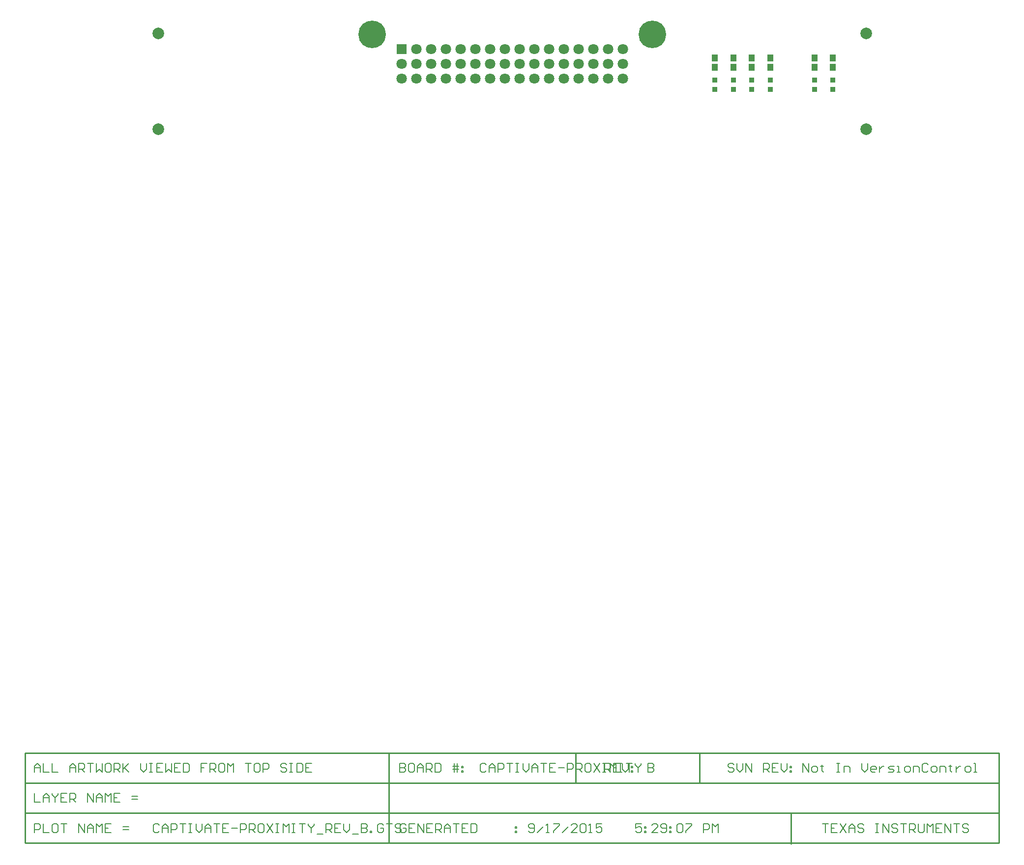
<source format=gts>
%FSAX25Y25*%
%MOIN*%
G70*
G01*
G75*
G04 Layer_Color=8388736*
%ADD10R,0.03150X0.03150*%
%ADD11C,0.03937*%
%ADD12R,0.03740X0.03937*%
%ADD13C,0.02400*%
%ADD14C,0.01200*%
%ADD15C,0.01600*%
%ADD16C,0.01000*%
%ADD17C,0.00800*%
%ADD18C,0.06496*%
%ADD19C,0.18110*%
%ADD20R,0.06496X0.06496*%
%ADD21C,0.05000*%
%ADD22C,0.00600*%
%ADD23C,0.00787*%
%ADD24C,0.00700*%
%ADD25R,0.06299X0.01969*%
%ADD26R,0.03750X0.03750*%
%ADD27C,0.07874*%
%ADD28R,0.04340X0.04537*%
%ADD29C,0.07096*%
%ADD30C,0.18710*%
%ADD31R,0.07096X0.07096*%
G54D16*
X0497200Y0080717D02*
Y0101050D01*
X0413200Y0080717D02*
Y0101050D01*
X0040000Y0080717D02*
X0700200D01*
X0040000Y0060383D02*
X0700000D01*
X0040000Y0040050D02*
X0440500D01*
X0040050Y0101050D02*
X0700200D01*
X0040050Y0040050D02*
Y0101050D01*
Y0040050D02*
X0197600D01*
X0040000D02*
Y0101050D01*
X0286500Y0040050D02*
Y0101050D01*
X0700200Y0040050D02*
Y0101050D01*
X0440500Y0040050D02*
X0700200D01*
X0559400Y0039400D02*
Y0059683D01*
G54D17*
X0567400Y0087833D02*
Y0093831D01*
X0571399Y0087833D01*
Y0093831D01*
X0574398Y0087833D02*
X0576397D01*
X0577397Y0088833D01*
Y0090832D01*
X0576397Y0091832D01*
X0574398D01*
X0573398Y0090832D01*
Y0088833D01*
X0574398Y0087833D01*
X0580396Y0092832D02*
Y0091832D01*
X0579396D01*
X0581395D01*
X0580396D01*
Y0088833D01*
X0581395Y0087833D01*
X0590393Y0093831D02*
X0592392D01*
X0591392D01*
Y0087833D01*
X0590393D01*
X0592392D01*
X0595391D02*
Y0091832D01*
X0598390D01*
X0599390Y0090832D01*
Y0087833D01*
X0607387Y0093831D02*
Y0089833D01*
X0609386Y0087833D01*
X0611386Y0089833D01*
Y0093831D01*
X0616384Y0087833D02*
X0614385D01*
X0613385Y0088833D01*
Y0090832D01*
X0614385Y0091832D01*
X0616384D01*
X0617384Y0090832D01*
Y0089833D01*
X0613385D01*
X0619383Y0091832D02*
Y0087833D01*
Y0089833D01*
X0620383Y0090832D01*
X0621383Y0091832D01*
X0622382D01*
X0625381Y0087833D02*
X0628380D01*
X0629380Y0088833D01*
X0628380Y0089833D01*
X0626381D01*
X0625381Y0090832D01*
X0626381Y0091832D01*
X0629380D01*
X0631379Y0087833D02*
X0633379D01*
X0632379D01*
Y0091832D01*
X0631379D01*
X0637377Y0087833D02*
X0639377D01*
X0640376Y0088833D01*
Y0090832D01*
X0639377Y0091832D01*
X0637377D01*
X0636378Y0090832D01*
Y0088833D01*
X0637377Y0087833D01*
X0642376D02*
Y0091832D01*
X0645375D01*
X0646374Y0090832D01*
Y0087833D01*
X0652373Y0092832D02*
X0651373Y0093831D01*
X0649373D01*
X0648374Y0092832D01*
Y0088833D01*
X0649373Y0087833D01*
X0651373D01*
X0652373Y0088833D01*
X0655372Y0087833D02*
X0657371D01*
X0658371Y0088833D01*
Y0090832D01*
X0657371Y0091832D01*
X0655372D01*
X0654372Y0090832D01*
Y0088833D01*
X0655372Y0087833D01*
X0660370D02*
Y0091832D01*
X0663369D01*
X0664369Y0090832D01*
Y0087833D01*
X0667368Y0092832D02*
Y0091832D01*
X0666368D01*
X0668367D01*
X0667368D01*
Y0088833D01*
X0668367Y0087833D01*
X0671366Y0091832D02*
Y0087833D01*
Y0089833D01*
X0672366Y0090832D01*
X0673366Y0091832D01*
X0674365D01*
X0678364Y0087833D02*
X0680364D01*
X0681363Y0088833D01*
Y0090832D01*
X0680364Y0091832D01*
X0678364D01*
X0677364Y0090832D01*
Y0088833D01*
X0678364Y0087833D01*
X0683362D02*
X0685362D01*
X0684362D01*
Y0093831D01*
X0683362D01*
X0520799Y0092832D02*
X0519799Y0093831D01*
X0517800D01*
X0516800Y0092832D01*
Y0091832D01*
X0517800Y0090832D01*
X0519799D01*
X0520799Y0089833D01*
Y0088833D01*
X0519799Y0087833D01*
X0517800D01*
X0516800Y0088833D01*
X0522798Y0093831D02*
Y0089833D01*
X0524797Y0087833D01*
X0526797Y0089833D01*
Y0093831D01*
X0528796Y0087833D02*
Y0093831D01*
X0532795Y0087833D01*
Y0093831D01*
X0540792Y0087833D02*
Y0093831D01*
X0543791D01*
X0544791Y0092832D01*
Y0090832D01*
X0543791Y0089833D01*
X0540792D01*
X0542792D02*
X0544791Y0087833D01*
X0550789Y0093831D02*
X0546790D01*
Y0087833D01*
X0550789D01*
X0546790Y0090832D02*
X0548790D01*
X0552788Y0093831D02*
Y0089833D01*
X0554788Y0087833D01*
X0556787Y0089833D01*
Y0093831D01*
X0558786Y0091832D02*
X0559786D01*
Y0090832D01*
X0558786D01*
Y0091832D01*
Y0088833D02*
X0559786D01*
Y0087833D01*
X0558786D01*
Y0088833D01*
X0433000Y0087833D02*
Y0093831D01*
X0435999D01*
X0436999Y0092832D01*
Y0090832D01*
X0435999Y0089833D01*
X0433000D01*
X0434999D02*
X0436999Y0087833D01*
X0442997Y0093831D02*
X0438998D01*
Y0087833D01*
X0442997D01*
X0438998Y0090832D02*
X0440997D01*
X0444996Y0093831D02*
Y0089833D01*
X0446995Y0087833D01*
X0448995Y0089833D01*
Y0093831D01*
X0450994Y0091832D02*
X0451994D01*
Y0090832D01*
X0450994D01*
Y0091832D01*
Y0088833D02*
X0451994D01*
Y0087833D01*
X0450994D01*
Y0088833D01*
X0130899Y0051965D02*
X0129899Y0052965D01*
X0127900D01*
X0126900Y0051965D01*
Y0047966D01*
X0127900Y0046966D01*
X0129899D01*
X0130899Y0047966D01*
X0132898Y0046966D02*
Y0050965D01*
X0134897Y0052965D01*
X0136897Y0050965D01*
Y0046966D01*
Y0049966D01*
X0132898D01*
X0138896Y0046966D02*
Y0052965D01*
X0141895D01*
X0142895Y0051965D01*
Y0049966D01*
X0141895Y0048966D01*
X0138896D01*
X0144894Y0052965D02*
X0148893D01*
X0146894D01*
Y0046966D01*
X0150892Y0052965D02*
X0152892D01*
X0151892D01*
Y0046966D01*
X0150892D01*
X0152892D01*
X0155891Y0052965D02*
Y0048966D01*
X0157890Y0046966D01*
X0159889Y0048966D01*
Y0052965D01*
X0161889Y0046966D02*
Y0050965D01*
X0163888Y0052965D01*
X0165887Y0050965D01*
Y0046966D01*
Y0049966D01*
X0161889D01*
X0167887Y0052965D02*
X0171885D01*
X0169886D01*
Y0046966D01*
X0177884Y0052965D02*
X0173885D01*
Y0046966D01*
X0177884D01*
X0173885Y0049966D02*
X0175884D01*
X0179883D02*
X0183882D01*
X0185881Y0046966D02*
Y0052965D01*
X0188880D01*
X0189880Y0051965D01*
Y0049966D01*
X0188880Y0048966D01*
X0185881D01*
X0191879Y0046966D02*
Y0052965D01*
X0194878D01*
X0195878Y0051965D01*
Y0049966D01*
X0194878Y0048966D01*
X0191879D01*
X0193878D02*
X0195878Y0046966D01*
X0200876Y0052965D02*
X0198877D01*
X0197877Y0051965D01*
Y0047966D01*
X0198877Y0046966D01*
X0200876D01*
X0201876Y0047966D01*
Y0051965D01*
X0200876Y0052965D01*
X0203875D02*
X0207874Y0046966D01*
Y0052965D02*
X0203875Y0046966D01*
X0209873Y0052965D02*
X0211873D01*
X0210873D01*
Y0046966D01*
X0209873D01*
X0211873D01*
X0214872D02*
Y0052965D01*
X0216871Y0050965D01*
X0218870Y0052965D01*
Y0046966D01*
X0220870Y0052965D02*
X0222869D01*
X0221869D01*
Y0046966D01*
X0220870D01*
X0222869D01*
X0225868Y0052965D02*
X0229867D01*
X0227867D01*
Y0046966D01*
X0231866Y0052965D02*
Y0051965D01*
X0233865Y0049966D01*
X0235865Y0051965D01*
Y0052965D01*
X0233865Y0049966D02*
Y0046966D01*
X0237864Y0045967D02*
X0241863D01*
X0243862Y0046966D02*
Y0052965D01*
X0246861D01*
X0247861Y0051965D01*
Y0049966D01*
X0246861Y0048966D01*
X0243862D01*
X0245862D02*
X0247861Y0046966D01*
X0253859Y0052965D02*
X0249860D01*
Y0046966D01*
X0253859D01*
X0249860Y0049966D02*
X0251860D01*
X0255858Y0052965D02*
Y0048966D01*
X0257858Y0046966D01*
X0259857Y0048966D01*
Y0052965D01*
X0261856Y0045967D02*
X0265855D01*
X0267854Y0052965D02*
Y0046966D01*
X0270853D01*
X0271853Y0047966D01*
Y0048966D01*
X0270853Y0049966D01*
X0267854D01*
X0270853D01*
X0271853Y0050965D01*
Y0051965D01*
X0270853Y0052965D01*
X0267854D01*
X0273852Y0046966D02*
Y0047966D01*
X0274852D01*
Y0046966D01*
X0273852D01*
X0282850Y0051965D02*
X0281850Y0052965D01*
X0279851D01*
X0278851Y0051965D01*
Y0047966D01*
X0279851Y0046966D01*
X0281850D01*
X0282850Y0047966D01*
Y0049966D01*
X0280850D01*
X0284849Y0052965D02*
X0288848D01*
X0286848D01*
Y0046966D01*
X0294846Y0051965D02*
X0293846Y0052965D01*
X0291847D01*
X0290847Y0051965D01*
Y0050965D01*
X0291847Y0049966D01*
X0293846D01*
X0294846Y0048966D01*
Y0047966D01*
X0293846Y0046966D01*
X0291847D01*
X0290847Y0047966D01*
X0381150D02*
X0382150Y0046966D01*
X0384149D01*
X0385149Y0047966D01*
Y0051965D01*
X0384149Y0052965D01*
X0382150D01*
X0381150Y0051965D01*
Y0050965D01*
X0382150Y0049966D01*
X0385149D01*
X0387148Y0046966D02*
X0391147Y0050965D01*
X0393146Y0046966D02*
X0395146D01*
X0394146D01*
Y0052965D01*
X0393146Y0051965D01*
X0398145Y0052965D02*
X0402143D01*
Y0051965D01*
X0398145Y0047966D01*
Y0046966D01*
X0404143D02*
X0408141Y0050965D01*
X0414139Y0046966D02*
X0410141D01*
X0414139Y0050965D01*
Y0051965D01*
X0413140Y0052965D01*
X0411140D01*
X0410141Y0051965D01*
X0416139D02*
X0417138Y0052965D01*
X0419138D01*
X0420137Y0051965D01*
Y0047966D01*
X0419138Y0046966D01*
X0417138D01*
X0416139Y0047966D01*
Y0051965D01*
X0422137Y0046966D02*
X0424136D01*
X0423136D01*
Y0052965D01*
X0422137Y0051965D01*
X0431134Y0052965D02*
X0427135D01*
Y0049966D01*
X0429135Y0050965D01*
X0430134D01*
X0431134Y0049966D01*
Y0047966D01*
X0430134Y0046966D01*
X0428135D01*
X0427135Y0047966D01*
X0298199Y0051965D02*
X0297199Y0052965D01*
X0295200D01*
X0294200Y0051965D01*
Y0047966D01*
X0295200Y0046966D01*
X0297199D01*
X0298199Y0047966D01*
Y0049966D01*
X0296199D01*
X0304197Y0052965D02*
X0300198D01*
Y0046966D01*
X0304197D01*
X0300198Y0049966D02*
X0302197D01*
X0306196Y0046966D02*
Y0052965D01*
X0310195Y0046966D01*
Y0052965D01*
X0316193D02*
X0312194D01*
Y0046966D01*
X0316193D01*
X0312194Y0049966D02*
X0314194D01*
X0318192Y0046966D02*
Y0052965D01*
X0321191D01*
X0322191Y0051965D01*
Y0049966D01*
X0321191Y0048966D01*
X0318192D01*
X0320192D02*
X0322191Y0046966D01*
X0324190D02*
Y0050965D01*
X0326190Y0052965D01*
X0328189Y0050965D01*
Y0046966D01*
Y0049966D01*
X0324190D01*
X0330188Y0052965D02*
X0334187D01*
X0332188D01*
Y0046966D01*
X0340185Y0052965D02*
X0336186D01*
Y0046966D01*
X0340185D01*
X0336186Y0049966D02*
X0338186D01*
X0342184Y0052965D02*
Y0046966D01*
X0345183D01*
X0346183Y0047966D01*
Y0051965D01*
X0345183Y0052965D01*
X0342184D01*
X0372175Y0050965D02*
X0373175D01*
Y0049966D01*
X0372175D01*
Y0050965D01*
Y0047966D02*
X0373175D01*
Y0046966D01*
X0372175D01*
Y0047966D01*
X0046350Y0087833D02*
Y0091832D01*
X0048349Y0093831D01*
X0050349Y0091832D01*
Y0087833D01*
Y0090832D01*
X0046350D01*
X0052348Y0093831D02*
Y0087833D01*
X0056347D01*
X0058346Y0093831D02*
Y0087833D01*
X0062345D01*
X0070342D02*
Y0091832D01*
X0072342Y0093831D01*
X0074341Y0091832D01*
Y0087833D01*
Y0090832D01*
X0070342D01*
X0076340Y0087833D02*
Y0093831D01*
X0079339D01*
X0080339Y0092832D01*
Y0090832D01*
X0079339Y0089833D01*
X0076340D01*
X0078340D02*
X0080339Y0087833D01*
X0082338Y0093831D02*
X0086337D01*
X0084338D01*
Y0087833D01*
X0088336Y0093831D02*
Y0087833D01*
X0090336Y0089833D01*
X0092335Y0087833D01*
Y0093831D01*
X0097334D02*
X0095334D01*
X0094335Y0092832D01*
Y0088833D01*
X0095334Y0087833D01*
X0097334D01*
X0098333Y0088833D01*
Y0092832D01*
X0097334Y0093831D01*
X0100332Y0087833D02*
Y0093831D01*
X0103332D01*
X0104331Y0092832D01*
Y0090832D01*
X0103332Y0089833D01*
X0100332D01*
X0102332D02*
X0104331Y0087833D01*
X0106331Y0093831D02*
Y0087833D01*
Y0089833D01*
X0110329Y0093831D01*
X0107330Y0090832D01*
X0110329Y0087833D01*
X0118327Y0093831D02*
Y0089833D01*
X0120326Y0087833D01*
X0122325Y0089833D01*
Y0093831D01*
X0124325D02*
X0126324D01*
X0125324D01*
Y0087833D01*
X0124325D01*
X0126324D01*
X0133322Y0093831D02*
X0129323D01*
Y0087833D01*
X0133322D01*
X0129323Y0090832D02*
X0131323D01*
X0135321Y0093831D02*
Y0087833D01*
X0137321Y0089833D01*
X0139320Y0087833D01*
Y0093831D01*
X0145318D02*
X0141319D01*
Y0087833D01*
X0145318D01*
X0141319Y0090832D02*
X0143319D01*
X0147317Y0093831D02*
Y0087833D01*
X0150316D01*
X0151316Y0088833D01*
Y0092832D01*
X0150316Y0093831D01*
X0147317D01*
X0163312D02*
X0159313D01*
Y0090832D01*
X0161313D01*
X0159313D01*
Y0087833D01*
X0165312D02*
Y0093831D01*
X0168310D01*
X0169310Y0092832D01*
Y0090832D01*
X0168310Y0089833D01*
X0165312D01*
X0167311D02*
X0169310Y0087833D01*
X0174309Y0093831D02*
X0172309D01*
X0171310Y0092832D01*
Y0088833D01*
X0172309Y0087833D01*
X0174309D01*
X0175308Y0088833D01*
Y0092832D01*
X0174309Y0093831D01*
X0177308Y0087833D02*
Y0093831D01*
X0179307Y0091832D01*
X0181306Y0093831D01*
Y0087833D01*
X0189304Y0093831D02*
X0193303D01*
X0191303D01*
Y0087833D01*
X0198301Y0093831D02*
X0196301D01*
X0195302Y0092832D01*
Y0088833D01*
X0196301Y0087833D01*
X0198301D01*
X0199301Y0088833D01*
Y0092832D01*
X0198301Y0093831D01*
X0201300Y0087833D02*
Y0093831D01*
X0204299D01*
X0205299Y0092832D01*
Y0090832D01*
X0204299Y0089833D01*
X0201300D01*
X0217295Y0092832D02*
X0216295Y0093831D01*
X0214296D01*
X0213296Y0092832D01*
Y0091832D01*
X0214296Y0090832D01*
X0216295D01*
X0217295Y0089833D01*
Y0088833D01*
X0216295Y0087833D01*
X0214296D01*
X0213296Y0088833D01*
X0219294Y0093831D02*
X0221293D01*
X0220294D01*
Y0087833D01*
X0219294D01*
X0221293D01*
X0224292Y0093831D02*
Y0087833D01*
X0227291D01*
X0228291Y0088833D01*
Y0092832D01*
X0227291Y0093831D01*
X0224292D01*
X0234289D02*
X0230291D01*
Y0087833D01*
X0234289D01*
X0230291Y0090832D02*
X0232290D01*
X0462150Y0093831D02*
Y0087833D01*
X0465149D01*
X0466149Y0088833D01*
Y0089833D01*
X0465149Y0090832D01*
X0462150D01*
X0465149D01*
X0466149Y0091832D01*
Y0092832D01*
X0465149Y0093831D01*
X0462150D01*
X0352549Y0092832D02*
X0351549Y0093831D01*
X0349550D01*
X0348550Y0092832D01*
Y0088833D01*
X0349550Y0087833D01*
X0351549D01*
X0352549Y0088833D01*
X0354548Y0087833D02*
Y0091832D01*
X0356547Y0093831D01*
X0358547Y0091832D01*
Y0087833D01*
Y0090832D01*
X0354548D01*
X0360546Y0087833D02*
Y0093831D01*
X0363545D01*
X0364545Y0092832D01*
Y0090832D01*
X0363545Y0089833D01*
X0360546D01*
X0366544Y0093831D02*
X0370543D01*
X0368544D01*
Y0087833D01*
X0372542Y0093831D02*
X0374542D01*
X0373542D01*
Y0087833D01*
X0372542D01*
X0374542D01*
X0377541Y0093831D02*
Y0089833D01*
X0379540Y0087833D01*
X0381539Y0089833D01*
Y0093831D01*
X0383539Y0087833D02*
Y0091832D01*
X0385538Y0093831D01*
X0387537Y0091832D01*
Y0087833D01*
Y0090832D01*
X0383539D01*
X0389537Y0093831D02*
X0393535D01*
X0391536D01*
Y0087833D01*
X0399534Y0093831D02*
X0395535D01*
Y0087833D01*
X0399534D01*
X0395535Y0090832D02*
X0397534D01*
X0401533D02*
X0405532D01*
X0407531Y0087833D02*
Y0093831D01*
X0410530D01*
X0411530Y0092832D01*
Y0090832D01*
X0410530Y0089833D01*
X0407531D01*
X0413529Y0087833D02*
Y0093831D01*
X0416528D01*
X0417528Y0092832D01*
Y0090832D01*
X0416528Y0089833D01*
X0413529D01*
X0415528D02*
X0417528Y0087833D01*
X0422526Y0093831D02*
X0420527D01*
X0419527Y0092832D01*
Y0088833D01*
X0420527Y0087833D01*
X0422526D01*
X0423526Y0088833D01*
Y0092832D01*
X0422526Y0093831D01*
X0425525D02*
X0429524Y0087833D01*
Y0093831D02*
X0425525Y0087833D01*
X0431523Y0093831D02*
X0433523D01*
X0432523D01*
Y0087833D01*
X0431523D01*
X0433523D01*
X0436521D02*
Y0093831D01*
X0438521Y0091832D01*
X0440520Y0093831D01*
Y0087833D01*
X0442520Y0093831D02*
X0444519D01*
X0443519D01*
Y0087833D01*
X0442520D01*
X0444519D01*
X0447518Y0093831D02*
X0451517D01*
X0449517D01*
Y0087833D01*
X0453516Y0093831D02*
Y0092832D01*
X0455515Y0090832D01*
X0457515Y0092832D01*
Y0093831D01*
X0455515Y0090832D02*
Y0087833D01*
X0294000Y0093831D02*
Y0087833D01*
X0296999D01*
X0297999Y0088833D01*
Y0089833D01*
X0296999Y0090832D01*
X0294000D01*
X0296999D01*
X0297999Y0091832D01*
Y0092832D01*
X0296999Y0093831D01*
X0294000D01*
X0302997D02*
X0300998D01*
X0299998Y0092832D01*
Y0088833D01*
X0300998Y0087833D01*
X0302997D01*
X0303997Y0088833D01*
Y0092832D01*
X0302997Y0093831D01*
X0305996Y0087833D02*
Y0091832D01*
X0307996Y0093831D01*
X0309995Y0091832D01*
Y0087833D01*
Y0090832D01*
X0305996D01*
X0311994Y0087833D02*
Y0093831D01*
X0314993D01*
X0315993Y0092832D01*
Y0090832D01*
X0314993Y0089833D01*
X0311994D01*
X0313994D02*
X0315993Y0087833D01*
X0317992Y0093831D02*
Y0087833D01*
X0320991D01*
X0321991Y0088833D01*
Y0092832D01*
X0320991Y0093831D01*
X0317992D01*
X0330988Y0087833D02*
Y0093831D01*
X0332987D02*
Y0087833D01*
X0329988Y0091832D02*
X0332987D01*
X0333987D01*
X0329988Y0089833D02*
X0333987D01*
X0335986Y0091832D02*
X0336986D01*
Y0090832D01*
X0335986D01*
Y0091832D01*
Y0088833D02*
X0336986D01*
Y0087833D01*
X0335986D01*
Y0088833D01*
X0046350Y0073549D02*
Y0067551D01*
X0050349D01*
X0052348D02*
Y0071549D01*
X0054347Y0073549D01*
X0056347Y0071549D01*
Y0067551D01*
Y0070550D01*
X0052348D01*
X0058346Y0073549D02*
Y0072549D01*
X0060346Y0070550D01*
X0062345Y0072549D01*
Y0073549D01*
X0060346Y0070550D02*
Y0067551D01*
X0068343Y0073549D02*
X0064344D01*
Y0067551D01*
X0068343D01*
X0064344Y0070550D02*
X0066343D01*
X0070342Y0067551D02*
Y0073549D01*
X0073341D01*
X0074341Y0072549D01*
Y0070550D01*
X0073341Y0069550D01*
X0070342D01*
X0072342D02*
X0074341Y0067551D01*
X0082338D02*
Y0073549D01*
X0086337Y0067551D01*
Y0073549D01*
X0088336Y0067551D02*
Y0071549D01*
X0090336Y0073549D01*
X0092335Y0071549D01*
Y0067551D01*
Y0070550D01*
X0088336D01*
X0094335Y0067551D02*
Y0073549D01*
X0096334Y0071549D01*
X0098333Y0073549D01*
Y0067551D01*
X0104331Y0073549D02*
X0100332D01*
Y0067551D01*
X0104331D01*
X0100332Y0070550D02*
X0102332D01*
X0112329Y0069550D02*
X0116327D01*
X0112329Y0071549D02*
X0116327D01*
X0046350Y0046966D02*
Y0052965D01*
X0049349D01*
X0050349Y0051965D01*
Y0049966D01*
X0049349Y0048966D01*
X0046350D01*
X0052348Y0052965D02*
Y0046966D01*
X0056347D01*
X0061345Y0052965D02*
X0059346D01*
X0058346Y0051965D01*
Y0047966D01*
X0059346Y0046966D01*
X0061345D01*
X0062345Y0047966D01*
Y0051965D01*
X0061345Y0052965D01*
X0064344D02*
X0068343D01*
X0066343D01*
Y0046966D01*
X0076340D02*
Y0052965D01*
X0080339Y0046966D01*
Y0052965D01*
X0082338Y0046966D02*
Y0050965D01*
X0084338Y0052965D01*
X0086337Y0050965D01*
Y0046966D01*
Y0049966D01*
X0082338D01*
X0088336Y0046966D02*
Y0052965D01*
X0090336Y0050965D01*
X0092335Y0052965D01*
Y0046966D01*
X0098333Y0052965D02*
X0094335D01*
Y0046966D01*
X0098333D01*
X0094335Y0049966D02*
X0096334D01*
X0106331Y0048966D02*
X0110329D01*
X0106331Y0050965D02*
X0110329D01*
X0458049Y0052965D02*
X0454050D01*
Y0049966D01*
X0456049Y0050965D01*
X0457049D01*
X0458049Y0049966D01*
Y0047966D01*
X0457049Y0046966D01*
X0455050D01*
X0454050Y0047966D01*
X0460048Y0050965D02*
X0461048D01*
Y0049966D01*
X0460048D01*
Y0050965D01*
Y0047966D02*
X0461048D01*
Y0046966D01*
X0460048D01*
Y0047966D01*
X0469045Y0046966D02*
X0465046D01*
X0469045Y0050965D01*
Y0051965D01*
X0468046Y0052965D01*
X0466046D01*
X0465046Y0051965D01*
X0471044Y0047966D02*
X0472044Y0046966D01*
X0474044D01*
X0475043Y0047966D01*
Y0051965D01*
X0474044Y0052965D01*
X0472044D01*
X0471044Y0051965D01*
Y0050965D01*
X0472044Y0049966D01*
X0475043D01*
X0477043Y0050965D02*
X0478042D01*
Y0049966D01*
X0477043D01*
Y0050965D01*
Y0047966D02*
X0478042D01*
Y0046966D01*
X0477043D01*
Y0047966D01*
X0482041Y0051965D02*
X0483041Y0052965D01*
X0485040D01*
X0486040Y0051965D01*
Y0047966D01*
X0485040Y0046966D01*
X0483041D01*
X0482041Y0047966D01*
Y0051965D01*
X0488039Y0052965D02*
X0492038D01*
Y0051965D01*
X0488039Y0047966D01*
Y0046966D01*
X0500035D02*
Y0052965D01*
X0503034D01*
X0504034Y0051965D01*
Y0049966D01*
X0503034Y0048966D01*
X0500035D01*
X0506033Y0046966D02*
Y0052965D01*
X0508033Y0050965D01*
X0510032Y0052965D01*
Y0046966D01*
X0580500Y0052965D02*
X0584499D01*
X0582499D01*
Y0046966D01*
X0590497Y0052965D02*
X0586498D01*
Y0046966D01*
X0590497D01*
X0586498Y0049966D02*
X0588497D01*
X0592496Y0052965D02*
X0596495Y0046966D01*
Y0052965D02*
X0592496Y0046966D01*
X0598494D02*
Y0050965D01*
X0600493Y0052965D01*
X0602493Y0050965D01*
Y0046966D01*
Y0049966D01*
X0598494D01*
X0608491Y0051965D02*
X0607491Y0052965D01*
X0605492D01*
X0604492Y0051965D01*
Y0050965D01*
X0605492Y0049966D01*
X0607491D01*
X0608491Y0048966D01*
Y0047966D01*
X0607491Y0046966D01*
X0605492D01*
X0604492Y0047966D01*
X0616488Y0052965D02*
X0618488D01*
X0617488D01*
Y0046966D01*
X0616488D01*
X0618488D01*
X0621487D02*
Y0052965D01*
X0625486Y0046966D01*
Y0052965D01*
X0631484Y0051965D02*
X0630484Y0052965D01*
X0628484D01*
X0627485Y0051965D01*
Y0050965D01*
X0628484Y0049966D01*
X0630484D01*
X0631484Y0048966D01*
Y0047966D01*
X0630484Y0046966D01*
X0628484D01*
X0627485Y0047966D01*
X0633483Y0052965D02*
X0637482D01*
X0635482D01*
Y0046966D01*
X0639481D02*
Y0052965D01*
X0642480D01*
X0643480Y0051965D01*
Y0049966D01*
X0642480Y0048966D01*
X0639481D01*
X0641480D02*
X0643480Y0046966D01*
X0645479Y0052965D02*
Y0047966D01*
X0646479Y0046966D01*
X0648478D01*
X0649478Y0047966D01*
Y0052965D01*
X0651477Y0046966D02*
Y0052965D01*
X0653476Y0050965D01*
X0655476Y0052965D01*
Y0046966D01*
X0661474Y0052965D02*
X0657475D01*
Y0046966D01*
X0661474D01*
X0657475Y0049966D02*
X0659474D01*
X0663473Y0046966D02*
Y0052965D01*
X0667472Y0046966D01*
Y0052965D01*
X0669471D02*
X0673470D01*
X0671471D01*
Y0046966D01*
X0679468Y0051965D02*
X0678468Y0052965D01*
X0676469D01*
X0675469Y0051965D01*
Y0050965D01*
X0676469Y0049966D01*
X0678468D01*
X0679468Y0048966D01*
Y0047966D01*
X0678468Y0046966D01*
X0676469D01*
X0675469Y0047966D01*
G54D26*
X0507700Y0551250D02*
D03*
Y0557550D02*
D03*
X0520200Y0551250D02*
D03*
Y0557550D02*
D03*
X0532700Y0551250D02*
D03*
Y0557549D02*
D03*
X0545200Y0551250D02*
D03*
Y0557550D02*
D03*
X0587700Y0557549D02*
D03*
Y0551250D02*
D03*
X0575200Y0557550D02*
D03*
Y0551250D02*
D03*
G54D27*
X0130200Y0589400D02*
D03*
X0610200Y0524400D02*
D03*
Y0589400D02*
D03*
X0130200Y0524400D02*
D03*
G54D28*
X0507700Y0572550D02*
D03*
Y0566250D02*
D03*
X0520200Y0572550D02*
D03*
Y0566250D02*
D03*
X0532700Y0572550D02*
D03*
Y0566250D02*
D03*
X0545200Y0572550D02*
D03*
Y0566250D02*
D03*
X0587700Y0572549D02*
D03*
Y0566250D02*
D03*
X0575200Y0572550D02*
D03*
Y0566250D02*
D03*
G54D29*
X0305200Y0558534D02*
D03*
X0335200D02*
D03*
X0365200D02*
D03*
X0395200D02*
D03*
X0295200Y0568534D02*
D03*
X0315200D02*
D03*
X0325200D02*
D03*
X0345200D02*
D03*
X0355200D02*
D03*
X0375200D02*
D03*
X0385200D02*
D03*
X0405200D02*
D03*
X0305200D02*
D03*
X0335200D02*
D03*
X0365200D02*
D03*
X0395200D02*
D03*
X0295200Y0558534D02*
D03*
X0315200D02*
D03*
X0325200D02*
D03*
X0345200D02*
D03*
X0355200D02*
D03*
X0375200D02*
D03*
X0385200D02*
D03*
X0405200D02*
D03*
X0315200Y0578534D02*
D03*
X0325200D02*
D03*
X0345200D02*
D03*
X0355200D02*
D03*
X0375200D02*
D03*
X0385200D02*
D03*
X0405200D02*
D03*
X0445200Y0558534D02*
D03*
X0435200D02*
D03*
X0425200D02*
D03*
X0415200D02*
D03*
X0445200Y0568534D02*
D03*
X0435200D02*
D03*
X0425200D02*
D03*
X0415200D02*
D03*
X0445200Y0578534D02*
D03*
X0435200D02*
D03*
X0425200D02*
D03*
X0415200D02*
D03*
X0305200D02*
D03*
X0335200D02*
D03*
X0365200D02*
D03*
X0395200D02*
D03*
G54D30*
X0465200Y0588534D02*
D03*
X0275200D02*
D03*
G54D31*
X0295200Y0578534D02*
D03*
M02*

</source>
